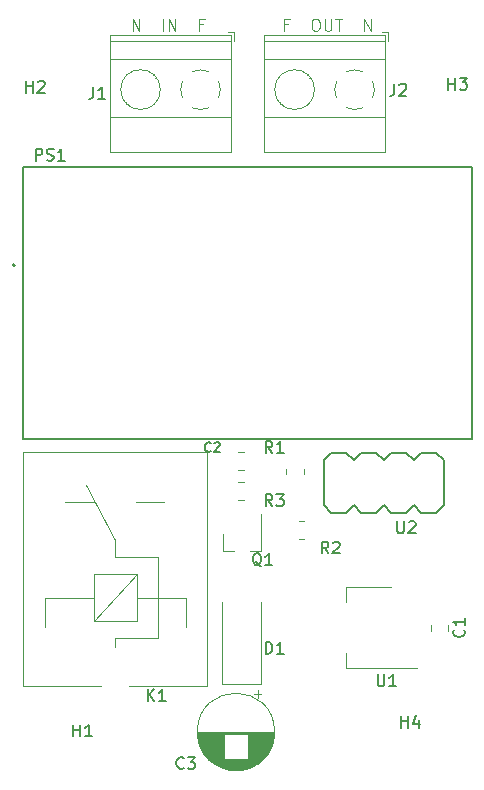
<source format=gbr>
%TF.GenerationSoftware,KiCad,Pcbnew,(6.0.6)*%
%TF.CreationDate,2023-01-19T19:18:13-03:00*%
%TF.ProjectId,mod_rele,6d6f645f-7265-46c6-952e-6b696361645f,rev?*%
%TF.SameCoordinates,Original*%
%TF.FileFunction,Legend,Top*%
%TF.FilePolarity,Positive*%
%FSLAX46Y46*%
G04 Gerber Fmt 4.6, Leading zero omitted, Abs format (unit mm)*
G04 Created by KiCad (PCBNEW (6.0.6)) date 2023-01-19 19:18:13*
%MOMM*%
%LPD*%
G01*
G04 APERTURE LIST*
%ADD10C,0.100000*%
%ADD11C,0.150000*%
%ADD12C,0.120000*%
%ADD13C,0.152400*%
%ADD14C,0.200000*%
%ADD15C,0.127000*%
G04 APERTURE END LIST*
D10*
X95416666Y-34428571D02*
X95083333Y-34428571D01*
X95083333Y-34952380D02*
X95083333Y-33952380D01*
X95559523Y-33952380D01*
X97654761Y-33952380D02*
X97845238Y-33952380D01*
X97940476Y-34000000D01*
X98035714Y-34095238D01*
X98083333Y-34285714D01*
X98083333Y-34619047D01*
X98035714Y-34809523D01*
X97940476Y-34904761D01*
X97845238Y-34952380D01*
X97654761Y-34952380D01*
X97559523Y-34904761D01*
X97464285Y-34809523D01*
X97416666Y-34619047D01*
X97416666Y-34285714D01*
X97464285Y-34095238D01*
X97559523Y-34000000D01*
X97654761Y-33952380D01*
X98511904Y-33952380D02*
X98511904Y-34761904D01*
X98559523Y-34857142D01*
X98607142Y-34904761D01*
X98702380Y-34952380D01*
X98892857Y-34952380D01*
X98988095Y-34904761D01*
X99035714Y-34857142D01*
X99083333Y-34761904D01*
X99083333Y-33952380D01*
X99416666Y-33952380D02*
X99988095Y-33952380D01*
X99702380Y-34952380D02*
X99702380Y-33952380D01*
X101845238Y-34952380D02*
X101845238Y-33952380D01*
X102416666Y-34952380D01*
X102416666Y-33952380D01*
X82250000Y-34952380D02*
X82250000Y-33952380D01*
X82821428Y-34952380D01*
X82821428Y-33952380D01*
X84821428Y-34952380D02*
X84821428Y-33952380D01*
X85297619Y-34952380D02*
X85297619Y-33952380D01*
X85869047Y-34952380D01*
X85869047Y-33952380D01*
X88202380Y-34428571D02*
X87869047Y-34428571D01*
X87869047Y-34952380D02*
X87869047Y-33952380D01*
X88345238Y-33952380D01*
D11*
%TO.C,J1*%
X78916666Y-39702380D02*
X78916666Y-40416666D01*
X78869047Y-40559523D01*
X78773809Y-40654761D01*
X78630952Y-40702380D01*
X78535714Y-40702380D01*
X79916666Y-40702380D02*
X79345238Y-40702380D01*
X79630952Y-40702380D02*
X79630952Y-39702380D01*
X79535714Y-39845238D01*
X79440476Y-39940476D01*
X79345238Y-39988095D01*
%TO.C,U2*%
X104643095Y-76493730D02*
X104643095Y-77303254D01*
X104690714Y-77398492D01*
X104738333Y-77446111D01*
X104833571Y-77493730D01*
X105024047Y-77493730D01*
X105119285Y-77446111D01*
X105166904Y-77398492D01*
X105214523Y-77303254D01*
X105214523Y-76493730D01*
X105643095Y-76588969D02*
X105690714Y-76541350D01*
X105785952Y-76493730D01*
X106024047Y-76493730D01*
X106119285Y-76541350D01*
X106166904Y-76588969D01*
X106214523Y-76684207D01*
X106214523Y-76779445D01*
X106166904Y-76922302D01*
X105595476Y-77493730D01*
X106214523Y-77493730D01*
%TO.C,PS1*%
X74035714Y-45952380D02*
X74035714Y-44952380D01*
X74416666Y-44952380D01*
X74511904Y-45000000D01*
X74559523Y-45047619D01*
X74607142Y-45142857D01*
X74607142Y-45285714D01*
X74559523Y-45380952D01*
X74511904Y-45428571D01*
X74416666Y-45476190D01*
X74035714Y-45476190D01*
X74988095Y-45904761D02*
X75130952Y-45952380D01*
X75369047Y-45952380D01*
X75464285Y-45904761D01*
X75511904Y-45857142D01*
X75559523Y-45761904D01*
X75559523Y-45666666D01*
X75511904Y-45571428D01*
X75464285Y-45523809D01*
X75369047Y-45476190D01*
X75178571Y-45428571D01*
X75083333Y-45380952D01*
X75035714Y-45333333D01*
X74988095Y-45238095D01*
X74988095Y-45142857D01*
X75035714Y-45047619D01*
X75083333Y-45000000D01*
X75178571Y-44952380D01*
X75416666Y-44952380D01*
X75559523Y-45000000D01*
X76511904Y-45952380D02*
X75940476Y-45952380D01*
X76226190Y-45952380D02*
X76226190Y-44952380D01*
X76130952Y-45095238D01*
X76035714Y-45190476D01*
X75940476Y-45238095D01*
%TO.C,C3*%
X86583333Y-97357142D02*
X86535714Y-97404761D01*
X86392857Y-97452380D01*
X86297619Y-97452380D01*
X86154761Y-97404761D01*
X86059523Y-97309523D01*
X86011904Y-97214285D01*
X85964285Y-97023809D01*
X85964285Y-96880952D01*
X86011904Y-96690476D01*
X86059523Y-96595238D01*
X86154761Y-96500000D01*
X86297619Y-96452380D01*
X86392857Y-96452380D01*
X86535714Y-96500000D01*
X86583333Y-96547619D01*
X86916666Y-96452380D02*
X87535714Y-96452380D01*
X87202380Y-96833333D01*
X87345238Y-96833333D01*
X87440476Y-96880952D01*
X87488095Y-96928571D01*
X87535714Y-97023809D01*
X87535714Y-97261904D01*
X87488095Y-97357142D01*
X87440476Y-97404761D01*
X87345238Y-97452380D01*
X87059523Y-97452380D01*
X86964285Y-97404761D01*
X86916666Y-97357142D01*
%TO.C,C2*%
X88866666Y-70535714D02*
X88828571Y-70573809D01*
X88714285Y-70611904D01*
X88638095Y-70611904D01*
X88523809Y-70573809D01*
X88447619Y-70497619D01*
X88409523Y-70421428D01*
X88371428Y-70269047D01*
X88371428Y-70154761D01*
X88409523Y-70002380D01*
X88447619Y-69926190D01*
X88523809Y-69850000D01*
X88638095Y-69811904D01*
X88714285Y-69811904D01*
X88828571Y-69850000D01*
X88866666Y-69888095D01*
X89171428Y-69888095D02*
X89209523Y-69850000D01*
X89285714Y-69811904D01*
X89476190Y-69811904D01*
X89552380Y-69850000D01*
X89590476Y-69888095D01*
X89628571Y-69964285D01*
X89628571Y-70040476D01*
X89590476Y-70154761D01*
X89133333Y-70611904D01*
X89628571Y-70611904D01*
%TO.C,R2*%
X98833333Y-79202380D02*
X98500000Y-78726190D01*
X98261904Y-79202380D02*
X98261904Y-78202380D01*
X98642857Y-78202380D01*
X98738095Y-78250000D01*
X98785714Y-78297619D01*
X98833333Y-78392857D01*
X98833333Y-78535714D01*
X98785714Y-78630952D01*
X98738095Y-78678571D01*
X98642857Y-78726190D01*
X98261904Y-78726190D01*
X99214285Y-78297619D02*
X99261904Y-78250000D01*
X99357142Y-78202380D01*
X99595238Y-78202380D01*
X99690476Y-78250000D01*
X99738095Y-78297619D01*
X99785714Y-78392857D01*
X99785714Y-78488095D01*
X99738095Y-78630952D01*
X99166666Y-79202380D01*
X99785714Y-79202380D01*
%TO.C,Q1*%
X93154761Y-80297619D02*
X93059523Y-80250000D01*
X92964285Y-80154761D01*
X92821428Y-80011904D01*
X92726190Y-79964285D01*
X92630952Y-79964285D01*
X92678571Y-80202380D02*
X92583333Y-80154761D01*
X92488095Y-80059523D01*
X92440476Y-79869047D01*
X92440476Y-79535714D01*
X92488095Y-79345238D01*
X92583333Y-79250000D01*
X92678571Y-79202380D01*
X92869047Y-79202380D01*
X92964285Y-79250000D01*
X93059523Y-79345238D01*
X93107142Y-79535714D01*
X93107142Y-79869047D01*
X93059523Y-80059523D01*
X92964285Y-80154761D01*
X92869047Y-80202380D01*
X92678571Y-80202380D01*
X94059523Y-80202380D02*
X93488095Y-80202380D01*
X93773809Y-80202380D02*
X93773809Y-79202380D01*
X93678571Y-79345238D01*
X93583333Y-79440476D01*
X93488095Y-79488095D01*
%TO.C,U1*%
X102988095Y-89452380D02*
X102988095Y-90261904D01*
X103035714Y-90357142D01*
X103083333Y-90404761D01*
X103178571Y-90452380D01*
X103369047Y-90452380D01*
X103464285Y-90404761D01*
X103511904Y-90357142D01*
X103559523Y-90261904D01*
X103559523Y-89452380D01*
X104559523Y-90452380D02*
X103988095Y-90452380D01*
X104273809Y-90452380D02*
X104273809Y-89452380D01*
X104178571Y-89595238D01*
X104083333Y-89690476D01*
X103988095Y-89738095D01*
%TO.C,J2*%
X104416666Y-39452380D02*
X104416666Y-40166666D01*
X104369047Y-40309523D01*
X104273809Y-40404761D01*
X104130952Y-40452380D01*
X104035714Y-40452380D01*
X104845238Y-39547619D02*
X104892857Y-39500000D01*
X104988095Y-39452380D01*
X105226190Y-39452380D01*
X105321428Y-39500000D01*
X105369047Y-39547619D01*
X105416666Y-39642857D01*
X105416666Y-39738095D01*
X105369047Y-39880952D01*
X104797619Y-40452380D01*
X105416666Y-40452380D01*
%TO.C,H4*%
X104988095Y-93952380D02*
X104988095Y-92952380D01*
X104988095Y-93428571D02*
X105559523Y-93428571D01*
X105559523Y-93952380D02*
X105559523Y-92952380D01*
X106464285Y-93285714D02*
X106464285Y-93952380D01*
X106226190Y-92904761D02*
X105988095Y-93619047D01*
X106607142Y-93619047D01*
%TO.C,K1*%
X83511904Y-91702380D02*
X83511904Y-90702380D01*
X84083333Y-91702380D02*
X83654761Y-91130952D01*
X84083333Y-90702380D02*
X83511904Y-91273809D01*
X85035714Y-91702380D02*
X84464285Y-91702380D01*
X84750000Y-91702380D02*
X84750000Y-90702380D01*
X84654761Y-90845238D01*
X84559523Y-90940476D01*
X84464285Y-90988095D01*
%TO.C,R1*%
X94083333Y-70702380D02*
X93750000Y-70226190D01*
X93511904Y-70702380D02*
X93511904Y-69702380D01*
X93892857Y-69702380D01*
X93988095Y-69750000D01*
X94035714Y-69797619D01*
X94083333Y-69892857D01*
X94083333Y-70035714D01*
X94035714Y-70130952D01*
X93988095Y-70178571D01*
X93892857Y-70226190D01*
X93511904Y-70226190D01*
X95035714Y-70702380D02*
X94464285Y-70702380D01*
X94750000Y-70702380D02*
X94750000Y-69702380D01*
X94654761Y-69845238D01*
X94559523Y-69940476D01*
X94464285Y-69988095D01*
%TO.C,R3*%
X94083333Y-75202380D02*
X93750000Y-74726190D01*
X93511904Y-75202380D02*
X93511904Y-74202380D01*
X93892857Y-74202380D01*
X93988095Y-74250000D01*
X94035714Y-74297619D01*
X94083333Y-74392857D01*
X94083333Y-74535714D01*
X94035714Y-74630952D01*
X93988095Y-74678571D01*
X93892857Y-74726190D01*
X93511904Y-74726190D01*
X94416666Y-74202380D02*
X95035714Y-74202380D01*
X94702380Y-74583333D01*
X94845238Y-74583333D01*
X94940476Y-74630952D01*
X94988095Y-74678571D01*
X95035714Y-74773809D01*
X95035714Y-75011904D01*
X94988095Y-75107142D01*
X94940476Y-75154761D01*
X94845238Y-75202380D01*
X94559523Y-75202380D01*
X94464285Y-75154761D01*
X94416666Y-75107142D01*
%TO.C,D1*%
X93511904Y-87702380D02*
X93511904Y-86702380D01*
X93750000Y-86702380D01*
X93892857Y-86750000D01*
X93988095Y-86845238D01*
X94035714Y-86940476D01*
X94083333Y-87130952D01*
X94083333Y-87273809D01*
X94035714Y-87464285D01*
X93988095Y-87559523D01*
X93892857Y-87654761D01*
X93750000Y-87702380D01*
X93511904Y-87702380D01*
X95035714Y-87702380D02*
X94464285Y-87702380D01*
X94750000Y-87702380D02*
X94750000Y-86702380D01*
X94654761Y-86845238D01*
X94559523Y-86940476D01*
X94464285Y-86988095D01*
%TO.C,H3*%
X108988095Y-39952380D02*
X108988095Y-38952380D01*
X108988095Y-39428571D02*
X109559523Y-39428571D01*
X109559523Y-39952380D02*
X109559523Y-38952380D01*
X109940476Y-38952380D02*
X110559523Y-38952380D01*
X110226190Y-39333333D01*
X110369047Y-39333333D01*
X110464285Y-39380952D01*
X110511904Y-39428571D01*
X110559523Y-39523809D01*
X110559523Y-39761904D01*
X110511904Y-39857142D01*
X110464285Y-39904761D01*
X110369047Y-39952380D01*
X110083333Y-39952380D01*
X109988095Y-39904761D01*
X109940476Y-39857142D01*
%TO.C,C1*%
X110287142Y-85666666D02*
X110334761Y-85714285D01*
X110382380Y-85857142D01*
X110382380Y-85952380D01*
X110334761Y-86095238D01*
X110239523Y-86190476D01*
X110144285Y-86238095D01*
X109953809Y-86285714D01*
X109810952Y-86285714D01*
X109620476Y-86238095D01*
X109525238Y-86190476D01*
X109430000Y-86095238D01*
X109382380Y-85952380D01*
X109382380Y-85857142D01*
X109430000Y-85714285D01*
X109477619Y-85666666D01*
X110382380Y-84714285D02*
X110382380Y-85285714D01*
X110382380Y-85000000D02*
X109382380Y-85000000D01*
X109525238Y-85095238D01*
X109620476Y-85190476D01*
X109668095Y-85285714D01*
%TO.C,H1*%
X77238095Y-94702380D02*
X77238095Y-93702380D01*
X77238095Y-94178571D02*
X77809523Y-94178571D01*
X77809523Y-94702380D02*
X77809523Y-93702380D01*
X78809523Y-94702380D02*
X78238095Y-94702380D01*
X78523809Y-94702380D02*
X78523809Y-93702380D01*
X78428571Y-93845238D01*
X78333333Y-93940476D01*
X78238095Y-93988095D01*
%TO.C,H2*%
X73238095Y-40202380D02*
X73238095Y-39202380D01*
X73238095Y-39678571D02*
X73809523Y-39678571D01*
X73809523Y-40202380D02*
X73809523Y-39202380D01*
X74238095Y-39297619D02*
X74285714Y-39250000D01*
X74380952Y-39202380D01*
X74619047Y-39202380D01*
X74714285Y-39250000D01*
X74761904Y-39297619D01*
X74809523Y-39392857D01*
X74809523Y-39488095D01*
X74761904Y-39630952D01*
X74190476Y-40202380D01*
X74809523Y-40202380D01*
D12*
%TO.C,J1*%
X84600000Y-39945000D02*
G75*
G03*
X84600000Y-39945000I-1680000J0D01*
G01*
X87316000Y-41480000D02*
G75*
G03*
X88683042Y-41480427I684001J1534993D01*
G01*
X88684000Y-38410000D02*
G75*
G03*
X87971195Y-38264747I-683999J-1535001D01*
G01*
X89535000Y-40629000D02*
G75*
G03*
X89535427Y-39261958I-1534993J684001D01*
G01*
X88000000Y-38265000D02*
G75*
G03*
X87316682Y-38410244I0J-1680000D01*
G01*
X86464999Y-39261000D02*
G75*
G03*
X86464573Y-40628042I1535001J-684000D01*
G01*
X80320000Y-45206000D02*
X80320000Y-35285000D01*
X83954000Y-38706000D02*
X83989000Y-38671000D01*
X90600000Y-45206000D02*
X90600000Y-35285000D01*
X90600000Y-42246000D02*
X80320000Y-42246000D01*
X84147000Y-38922000D02*
X84194000Y-38876000D01*
X81645000Y-41014000D02*
X81692000Y-40968000D01*
X90840000Y-35785000D02*
X90840000Y-35045000D01*
X90600000Y-45206000D02*
X80320000Y-45206000D01*
X90600000Y-37345000D02*
X80320000Y-37345000D01*
X90600000Y-35845000D02*
X80320000Y-35845000D01*
X81850000Y-41220000D02*
X81885000Y-41184000D01*
X90840000Y-35045000D02*
X90340000Y-35045000D01*
X90600000Y-35285000D02*
X80320000Y-35285000D01*
D13*
%TO.C,U2*%
X107945000Y-70691350D02*
X106675000Y-70691350D01*
X105405000Y-70691350D02*
X104135000Y-70691350D01*
X102865000Y-70691350D02*
X101595000Y-70691350D01*
X100325000Y-70691350D02*
X99055000Y-70691350D01*
X98420000Y-75136350D02*
X98420000Y-71326350D01*
X99055000Y-75771350D02*
X98420000Y-75136350D01*
X100325000Y-75771350D02*
X99055000Y-75771350D01*
X100960000Y-75136350D02*
X100325000Y-75771350D01*
X101595000Y-75771350D02*
X100960000Y-75136350D01*
X102865000Y-75771350D02*
X101595000Y-75771350D01*
X103500000Y-75136350D02*
X102865000Y-75771350D01*
X104135000Y-75771350D02*
X103500000Y-75136350D01*
X105405000Y-75771350D02*
X104135000Y-75771350D01*
X106040000Y-75136350D02*
X105405000Y-75771350D01*
X106675000Y-75771350D02*
X106040000Y-75136350D01*
X107945000Y-75771350D02*
X106675000Y-75771350D01*
X108580000Y-75136350D02*
X107945000Y-75771350D01*
X108580000Y-71326350D02*
X108580000Y-75136350D01*
X99055000Y-70691350D02*
X98420000Y-71326350D01*
X100960000Y-71326350D02*
X100325000Y-70691350D01*
X101595000Y-70691350D02*
X100960000Y-71326350D01*
X103500000Y-71326350D02*
X102865000Y-70691350D01*
X104135000Y-70691350D02*
X103500000Y-71326350D01*
X106040000Y-71326350D02*
X105405000Y-70691350D01*
X106675000Y-70691350D02*
X106040000Y-71326350D01*
X108580000Y-71326350D02*
X107945000Y-70691350D01*
D14*
%TO.C,PS1*%
X72300000Y-54800000D02*
G75*
G03*
X72300000Y-54800000I-100000J0D01*
G01*
D15*
X111000000Y-46500000D02*
X73000000Y-46500000D01*
X111000000Y-69500000D02*
X111000000Y-46500000D01*
X73000000Y-69500000D02*
X111000000Y-69500000D01*
X73000000Y-46500000D02*
X73000000Y-69500000D01*
D12*
%TO.C,C3*%
X94270000Y-94317621D02*
G75*
G03*
X94270000Y-94317621I-3270000J0D01*
G01*
X94224000Y-94517621D02*
X87776000Y-94517621D01*
X93716000Y-96078621D02*
X92040000Y-96078621D01*
X89960000Y-96438621D02*
X88550000Y-96438621D01*
X89960000Y-94997621D02*
X87841000Y-94997621D01*
X93916000Y-95718621D02*
X92040000Y-95718621D01*
X94195000Y-94797621D02*
X92040000Y-94797621D01*
X89960000Y-95518621D02*
X87998000Y-95518621D01*
X94002000Y-95518621D02*
X92040000Y-95518621D01*
X94211000Y-94677621D02*
X92040000Y-94677621D01*
X94061000Y-95358621D02*
X92040000Y-95358621D01*
X94074000Y-95318621D02*
X92040000Y-95318621D01*
X93986000Y-95558621D02*
X92040000Y-95558621D01*
X93516000Y-96358621D02*
X92040000Y-96358621D01*
X94206000Y-94717621D02*
X92040000Y-94717621D01*
X89960000Y-96158621D02*
X88336000Y-96158621D01*
X93876000Y-95798621D02*
X92040000Y-95798621D01*
X89960000Y-94677621D02*
X87789000Y-94677621D01*
X93548000Y-96318621D02*
X92040000Y-96318621D01*
X89960000Y-96118621D02*
X88310000Y-96118621D01*
X89960000Y-96398621D02*
X88516000Y-96398621D01*
X94227000Y-94477621D02*
X87773000Y-94477621D01*
X89960000Y-95678621D02*
X88066000Y-95678621D01*
X94167000Y-94957621D02*
X92040000Y-94957621D01*
X93742000Y-96038621D02*
X92040000Y-96038621D01*
X89960000Y-96518621D02*
X88620000Y-96518621D01*
X89960000Y-94717621D02*
X87794000Y-94717621D01*
X92262000Y-97318621D02*
X89738000Y-97318621D01*
X92944000Y-96918621D02*
X89056000Y-96918621D01*
X93182000Y-96718621D02*
X88818000Y-96718621D01*
X89960000Y-95398621D02*
X87953000Y-95398621D01*
X89960000Y-96358621D02*
X88484000Y-96358621D01*
X93636000Y-96198621D02*
X92040000Y-96198621D01*
X92165000Y-97358621D02*
X89835000Y-97358621D01*
X89960000Y-95238621D02*
X87902000Y-95238621D01*
X94086000Y-95278621D02*
X92040000Y-95278621D01*
X89960000Y-94557621D02*
X87778000Y-94557621D01*
X93578000Y-96278621D02*
X92040000Y-96278621D01*
X89960000Y-95758621D02*
X88104000Y-95758621D01*
X93265000Y-96638621D02*
X88735000Y-96638621D01*
X93450000Y-96438621D02*
X92040000Y-96438621D01*
X94218000Y-94597621D02*
X92040000Y-94597621D01*
X94141000Y-95078621D02*
X92040000Y-95078621D01*
X89960000Y-95438621D02*
X87967000Y-95438621D01*
X94121000Y-95158621D02*
X92040000Y-95158621D01*
X93766000Y-95998621D02*
X92040000Y-95998621D01*
X89960000Y-95158621D02*
X87879000Y-95158621D01*
X94230000Y-94317621D02*
X87770000Y-94317621D01*
X94098000Y-95238621D02*
X92040000Y-95238621D01*
X94159000Y-94997621D02*
X92040000Y-94997621D01*
X94189000Y-94837621D02*
X92040000Y-94837621D01*
X89960000Y-95358621D02*
X87939000Y-95358621D01*
X93896000Y-95758621D02*
X92040000Y-95758621D01*
X89960000Y-94757621D02*
X87799000Y-94757621D01*
X91940000Y-97438621D02*
X90060000Y-97438621D01*
X92059000Y-97398621D02*
X89941000Y-97398621D01*
X94175000Y-94917621D02*
X92040000Y-94917621D01*
X92581000Y-97158621D02*
X89419000Y-97158621D01*
X93380000Y-96518621D02*
X92040000Y-96518621D01*
X92714000Y-97078621D02*
X89286000Y-97078621D01*
X89960000Y-95878621D02*
X88166000Y-95878621D01*
X93154000Y-91132380D02*
X92524000Y-91132380D01*
X89960000Y-95038621D02*
X87850000Y-95038621D01*
X94033000Y-95438621D02*
X92040000Y-95438621D01*
X89960000Y-96478621D02*
X88584000Y-96478621D01*
X89960000Y-96238621D02*
X88393000Y-96238621D01*
X94110000Y-95198621D02*
X92040000Y-95198621D01*
X89960000Y-94797621D02*
X87805000Y-94797621D01*
X89960000Y-95838621D02*
X88144000Y-95838621D01*
X94018000Y-95478621D02*
X92040000Y-95478621D01*
X89960000Y-96558621D02*
X88657000Y-96558621D01*
X93934000Y-95678621D02*
X92040000Y-95678621D01*
X94150000Y-95038621D02*
X92040000Y-95038621D01*
X92350000Y-97278621D02*
X89650000Y-97278621D01*
X89960000Y-95278621D02*
X87914000Y-95278621D01*
X93343000Y-96558621D02*
X92040000Y-96558621D01*
X89960000Y-95638621D02*
X88048000Y-95638621D01*
X93092000Y-96798621D02*
X88908000Y-96798621D01*
X93044000Y-96838621D02*
X88956000Y-96838621D01*
X89960000Y-95718621D02*
X88084000Y-95718621D01*
X89960000Y-95598621D02*
X88030000Y-95598621D01*
X89960000Y-95078621D02*
X87859000Y-95078621D01*
X93607000Y-96238621D02*
X92040000Y-96238621D01*
X93137000Y-96758621D02*
X88863000Y-96758621D01*
X89960000Y-95998621D02*
X88234000Y-95998621D01*
X93952000Y-95638621D02*
X92040000Y-95638621D01*
X93790000Y-95958621D02*
X92040000Y-95958621D01*
X94215000Y-94637621D02*
X92040000Y-94637621D01*
X93970000Y-95598621D02*
X92040000Y-95598621D01*
X89960000Y-94637621D02*
X87785000Y-94637621D01*
X89960000Y-96278621D02*
X88422000Y-96278621D01*
X89960000Y-96598621D02*
X88695000Y-96598621D01*
X91633000Y-97518621D02*
X90367000Y-97518621D01*
X89960000Y-96198621D02*
X88364000Y-96198621D01*
X92776000Y-97038621D02*
X89224000Y-97038621D01*
X93690000Y-96118621D02*
X92040000Y-96118621D01*
X93416000Y-96478621D02*
X92040000Y-96478621D01*
X94222000Y-94557621D02*
X92040000Y-94557621D01*
X89960000Y-95118621D02*
X87869000Y-95118621D01*
X93834000Y-95878621D02*
X92040000Y-95878621D01*
X94201000Y-94757621D02*
X92040000Y-94757621D01*
X92432000Y-97238621D02*
X89568000Y-97238621D01*
X93664000Y-96158621D02*
X92040000Y-96158621D01*
X89960000Y-94597621D02*
X87782000Y-94597621D01*
X89960000Y-94917621D02*
X87825000Y-94917621D01*
X92650000Y-97118621D02*
X89350000Y-97118621D01*
X93484000Y-96398621D02*
X92040000Y-96398621D01*
X89960000Y-95478621D02*
X87982000Y-95478621D01*
X93224000Y-96678621D02*
X88776000Y-96678621D01*
X92509000Y-97198621D02*
X89491000Y-97198621D01*
X89960000Y-94837621D02*
X87811000Y-94837621D01*
X89960000Y-96078621D02*
X88284000Y-96078621D01*
X93812000Y-95918621D02*
X92040000Y-95918621D01*
X89960000Y-95558621D02*
X88014000Y-95558621D01*
X89960000Y-94957621D02*
X87833000Y-94957621D01*
X91402000Y-97558621D02*
X90598000Y-97558621D01*
X89960000Y-96038621D02*
X88258000Y-96038621D01*
X92839000Y-90817380D02*
X92839000Y-91447380D01*
X89960000Y-95958621D02*
X88210000Y-95958621D01*
X94228000Y-94437621D02*
X87772000Y-94437621D01*
X91802000Y-97478621D02*
X90198000Y-97478621D01*
X94182000Y-94877621D02*
X92040000Y-94877621D01*
X93305000Y-96598621D02*
X92040000Y-96598621D01*
X93856000Y-95838621D02*
X92040000Y-95838621D01*
X89960000Y-95918621D02*
X88188000Y-95918621D01*
X89960000Y-94877621D02*
X87818000Y-94877621D01*
X92995000Y-96878621D02*
X89005000Y-96878621D01*
X92834000Y-96998621D02*
X89166000Y-96998621D01*
X94230000Y-94357621D02*
X87770000Y-94357621D01*
X89960000Y-95318621D02*
X87926000Y-95318621D01*
X89960000Y-95198621D02*
X87890000Y-95198621D01*
X94230000Y-94397621D02*
X87770000Y-94397621D01*
X94131000Y-95118621D02*
X92040000Y-95118621D01*
X92890000Y-96958621D02*
X89110000Y-96958621D01*
X94047000Y-95398621D02*
X92040000Y-95398621D01*
X89960000Y-95798621D02*
X88124000Y-95798621D01*
X89960000Y-96318621D02*
X88452000Y-96318621D01*
%TO.C,C2*%
X91701252Y-72109000D02*
X91178748Y-72109000D01*
X91701252Y-70639000D02*
X91178748Y-70639000D01*
%TO.C,R2*%
X96308936Y-76481000D02*
X96763064Y-76481000D01*
X96308936Y-77951000D02*
X96763064Y-77951000D01*
%TO.C,Q1*%
X93080000Y-78992000D02*
X93080000Y-75832000D01*
X89920000Y-78992000D02*
X89920000Y-77532000D01*
X89920000Y-78992000D02*
X90850000Y-78992000D01*
X93080000Y-78992000D02*
X92150000Y-78992000D01*
%TO.C,U1*%
X104100000Y-82090000D02*
X100340000Y-82090000D01*
X100340000Y-88910000D02*
X100340000Y-87650000D01*
X106350000Y-88910000D02*
X100340000Y-88910000D01*
X100340000Y-82090000D02*
X100340000Y-83350000D01*
%TO.C,J2*%
X97645000Y-39945000D02*
G75*
G03*
X97645000Y-39945000I-1680000J0D01*
G01*
X102580000Y-40629000D02*
G75*
G03*
X102580427Y-39261958I-1534993J684001D01*
G01*
X100361000Y-41480000D02*
G75*
G03*
X101728042Y-41480427I684001J1534993D01*
G01*
X101045000Y-38265000D02*
G75*
G03*
X100361682Y-38410244I0J-1680000D01*
G01*
X101729000Y-38410000D02*
G75*
G03*
X101016195Y-38264747I-683999J-1535001D01*
G01*
X99509999Y-39261000D02*
G75*
G03*
X99509573Y-40628042I1535001J-684000D01*
G01*
X96999000Y-38706000D02*
X97034000Y-38671000D01*
X93365000Y-45206000D02*
X93365000Y-35285000D01*
X103645000Y-35285000D02*
X93365000Y-35285000D01*
X103645000Y-45206000D02*
X103645000Y-35285000D01*
X103645000Y-42246000D02*
X93365000Y-42246000D01*
X103645000Y-37345000D02*
X93365000Y-37345000D01*
X103645000Y-35845000D02*
X93365000Y-35845000D01*
X103645000Y-45206000D02*
X93365000Y-45206000D01*
X97192000Y-38922000D02*
X97239000Y-38876000D01*
X103885000Y-35785000D02*
X103885000Y-35045000D01*
X94895000Y-41220000D02*
X94930000Y-41184000D01*
X94690000Y-41014000D02*
X94737000Y-40968000D01*
X103885000Y-35045000D02*
X103385000Y-35045000D01*
%TO.C,K1*%
X74800000Y-82950000D02*
X74800000Y-85450000D01*
X81950000Y-90400000D02*
X88550000Y-90400000D01*
X80800000Y-79550000D02*
X80800000Y-78050000D01*
X84950000Y-74850000D02*
X82500000Y-74850000D01*
X82600000Y-80950000D02*
X79000000Y-84950000D01*
X82600000Y-84950000D02*
X79000000Y-84950000D01*
X72950000Y-70600000D02*
X88550000Y-70600000D01*
X82600000Y-80950000D02*
X82600000Y-84950000D01*
X82600000Y-82950000D02*
X86800000Y-82950000D01*
X74800000Y-82950000D02*
X79000000Y-82950000D01*
X88550000Y-70600000D02*
X88550000Y-90400000D01*
X80800000Y-86350000D02*
X80800000Y-87150000D01*
X84400000Y-79550000D02*
X84400000Y-86350000D01*
X72950000Y-90400000D02*
X72950000Y-70600000D01*
X80800000Y-79550000D02*
X84400000Y-79550000D01*
X79000000Y-80950000D02*
X82600000Y-80950000D01*
X79000000Y-84950000D02*
X79000000Y-80950000D01*
X76550000Y-74850000D02*
X79050000Y-74850000D01*
X86800000Y-85450000D02*
X86800000Y-82950000D01*
X72950000Y-90400000D02*
X79550000Y-90400000D01*
X80800000Y-86350000D02*
X84400000Y-86350000D01*
X80800000Y-78050000D02*
X78300000Y-73450000D01*
%TO.C,R1*%
X96735000Y-72022936D02*
X96735000Y-72477064D01*
X95265000Y-72022936D02*
X95265000Y-72477064D01*
%TO.C,R3*%
X91667064Y-74649000D02*
X91212936Y-74649000D01*
X91667064Y-73179000D02*
X91212936Y-73179000D01*
%TO.C,D1*%
X89850000Y-90252000D02*
X89850000Y-83352000D01*
X89850000Y-90252000D02*
X93150000Y-90252000D01*
X93150000Y-90252000D02*
X93150000Y-83352000D01*
%TO.C,C1*%
X108985000Y-85238748D02*
X108985000Y-85761252D01*
X107515000Y-85238748D02*
X107515000Y-85761252D01*
%TD*%
M02*

</source>
